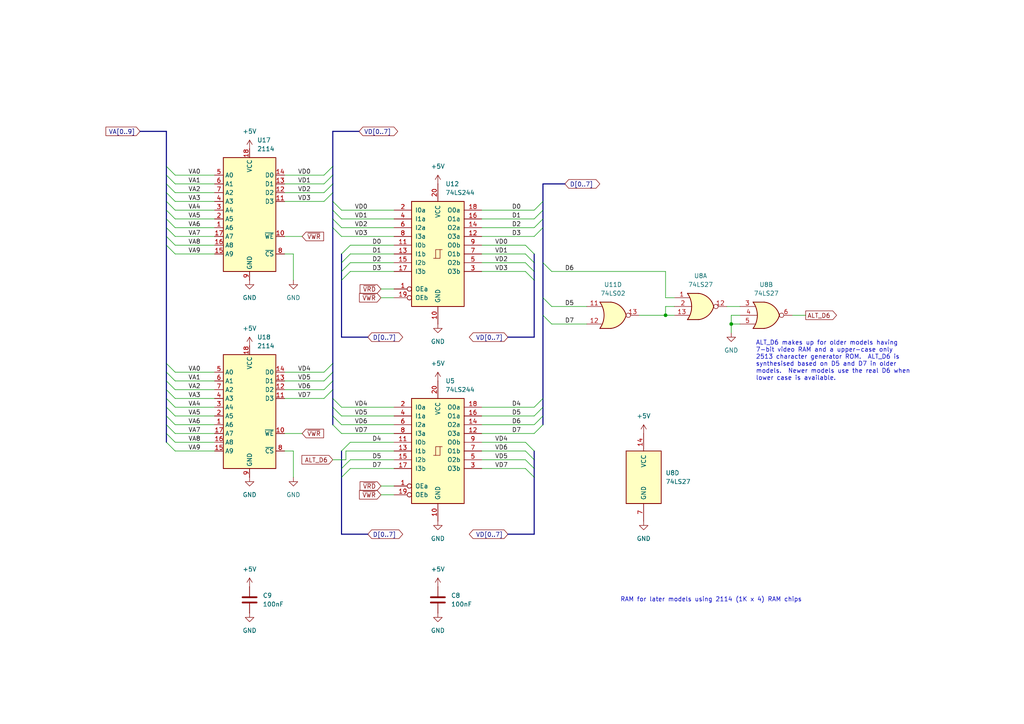
<source format=kicad_sch>
(kicad_sch (version 20231120) (generator "eeschema") (generator_version "8.0")
  (paper "A4")
  (title_block (title "Dick Smith System 80 Video and Cassette") (date "1980"))
  (lib_symbols
    (symbol "2114:2114"
      (property "Reference" "U" (at 2.54 2.54 0))
      (property "Value" "2114" (at 3.81 0 0))
      (symbol "2114_1_1"
        (rectangle (start -7.62 -1.27) (end 7.62 -34.29) (stroke (width 0.25)) (fill (type background)))
        (pin input line (at -10.16 -21.59 0) (length 2.54) (name "A6") (number "1"))
        (pin input line (at 10.16 -24.13 180) (length 2.54) (name "~{WE}") (number "10"))
        (pin bidirectional line (at 10.16 -13.97 180) (length 2.54) (name "D3") (number "11"))
        (pin bidirectional line (at 10.16 -11.43 180) (length 2.54) (name "D2") (number "12"))
        (pin bidirectional line (at 10.16 -8.89 180) (length 2.54) (name "D1") (number "13"))
        (pin bidirectional line (at 10.16 -6.35 180) (length 2.54) (name "D0") (number "14"))
        (pin input line (at -10.16 -29.21 0) (length 2.54) (name "A9") (number "15"))
        (pin input line (at -10.16 -26.67 0) (length 2.54) (name "A8") (number "16"))
        (pin input line (at -10.16 -24.13 0) (length 2.54) (name "A7") (number "17"))
        (pin power_in line (at 0 1.27 270) (length 2.54) (name "VCC") (number "18"))
        (pin input line (at -10.16 -19.05 0) (length 2.54) (name "A5") (number "2"))
        (pin input line (at -10.16 -16.51 0) (length 2.54) (name "A4") (number "3"))
        (pin input line (at -10.16 -13.97 0) (length 2.54) (name "A3") (number "4"))
        (pin input line (at -10.16 -6.35 0) (length 2.54) (name "A0") (number "5"))
        (pin input line (at -10.16 -8.89 0) (length 2.54) (name "A1") (number "6"))
        (pin input line (at -10.16 -11.43 0) (length 2.54) (name "A2") (number "7"))
        (pin input line (at 10.16 -29.21 180) (length 2.54) (name "~{CS}") (number "8"))
        (pin power_in line (at 0 -36.83 90) (length 2.54) (name "GND") (number "9"))
      )
    )
    (symbol "74xx:74LS02" (pin_names (offset 1.016))
      (property "Reference" "U" (at 0 1.27 0))
      (property "Value" "74LS02" (at 0 -1.27 0))
      (symbol "74LS02_1_1"
        (arc (start -3.81 -3.81) (mid -2.589 0) (end -3.81 3.81) (stroke (width 0.254)))
        (arc (start -0.6096 -3.81) (mid 2.1842 -2.5851) (end 3.81 0) (stroke (width 0.254)) (fill (type background)))
        (polyline (pts (xy -3.81 -3.81) (xy -0.635 -3.81)) (stroke (width 0.254)) (fill (type background)))
        (polyline (pts (xy -3.81 3.81) (xy -0.635 3.81)) (stroke (width 0.254)) (fill (type background)))
        (polyline (pts (xy -0.635 3.81) (xy -3.81 3.81) (xy -3.81 3.81) (xy -3.556 3.4036) (xy -3.0226 2.2606) (xy -2.6924 1.0414) (xy -2.6162 -0.254) (xy -2.7686 -1.4986) (xy -3.175 -2.7178) (xy -3.81 -3.81) (xy -3.81 -3.81) (xy -0.635 -3.81)) (stroke (width -25.4)) (fill (type background)))
        (arc (start 3.81 0) (mid 2.1915 2.5936) (end -0.6096 3.81) (stroke (width 0.254)) (fill (type background)))
        (pin output inverted (at 7.62 0 180) (length 3.81) (name "~") (number "1"))
        (pin input line (at -7.62 2.54 0) (length 4.318) (name "~") (number "2"))
        (pin input line (at -7.62 -2.54 0) (length 4.318) (name "~") (number "3"))
      )
      (symbol "74LS02_1_2"
        (arc (start 0 -3.81) (mid 3.7934 0) (end 0 3.81) (stroke (width 0.254)) (fill (type background)))
        (polyline (pts (xy 0 3.81) (xy -3.81 3.81) (xy -3.81 -3.81) (xy 0 -3.81)) (stroke (width 0.254)) (fill (type background)))
        (pin output line (at 7.62 0 180) (length 3.81) (name "~") (number "1"))
        (pin input inverted (at -7.62 2.54 0) (length 3.81) (name "~") (number "2"))
        (pin input inverted (at -7.62 -2.54 0) (length 3.81) (name "~") (number "3"))
      )
      (symbol "74LS02_2_1"
        (arc (start -3.81 -3.81) (mid -2.589 0) (end -3.81 3.81) (stroke (width 0.254)))
        (arc (start -0.6096 -3.81) (mid 2.1842 -2.5851) (end 3.81 0) (stroke (width 0.254)) (fill (type background)))
        (polyline (pts (xy -3.81 -3.81) (xy -0.635 -3.81)) (stroke (width 0.254)) (fill (type background)))
        (polyline (pts (xy -3.81 3.81) (xy -0.635 3.81)) (stroke (width 0.254)) (fill (type background)))
        (polyline (pts (xy -0.635 3.81) (xy -3.81 3.81) (xy -3.81 3.81) (xy -3.556 3.4036) (xy -3.0226 2.2606) (xy -2.6924 1.0414) (xy -2.6162 -0.254) (xy -2.7686 -1.4986) (xy -3.175 -2.7178) (xy -3.81 -3.81) (xy -3.81 -3.81) (xy -0.635 -3.81)) (stroke (width -25.4)) (fill (type background)))
        (arc (start 3.81 0) (mid 2.1915 2.5936) (end -0.6096 3.81) (stroke (width 0.254)) (fill (type background)))
        (pin output inverted (at 7.62 0 180) (length 3.81) (name "~") (number "4"))
        (pin input line (at -7.62 2.54 0) (length 4.318) (name "~") (number "5"))
        (pin input line (at -7.62 -2.54 0) (length 4.318) (name "~") (number "6"))
      )
      (symbol "74LS02_2_2"
        (arc (start 0 -3.81) (mid 3.7934 0) (end 0 3.81) (stroke (width 0.254)) (fill (type background)))
        (polyline (pts (xy 0 3.81) (xy -3.81 3.81) (xy -3.81 -3.81) (xy 0 -3.81)) (stroke (width 0.254)) (fill (type background)))
        (pin output line (at 7.62 0 180) (length 3.81) (name "~") (number "4"))
        (pin input inverted (at -7.62 2.54 0) (length 3.81) (name "~") (number "5"))
        (pin input inverted (at -7.62 -2.54 0) (length 3.81) (name "~") (number "6"))
      )
      (symbol "74LS02_3_1"
        (arc (start -3.81 -3.81) (mid -2.589 0) (end -3.81 3.81) (stroke (width 0.254)))
        (arc (start -0.6096 -3.81) (mid 2.1842 -2.5851) (end 3.81 0) (stroke (width 0.254)) (fill (type background)))
        (polyline (pts (xy -3.81 -3.81) (xy -0.635 -3.81)) (stroke (width 0.254)) (fill (type background)))
        (polyline (pts (xy -3.81 3.81) (xy -0.635 3.81)) (stroke (width 0.254)) (fill (type background)))
        (polyline (pts (xy -0.635 3.81) (xy -3.81 3.81) (xy -3.81 3.81) (xy -3.556 3.4036) (xy -3.0226 2.2606) (xy -2.6924 1.0414) (xy -2.6162 -0.254) (xy -2.7686 -1.4986) (xy -3.175 -2.7178) (xy -3.81 -3.81) (xy -3.81 -3.81) (xy -0.635 -3.81)) (stroke (width -25.4)) (fill (type background)))
        (arc (start 3.81 0) (mid 2.1915 2.5936) (end -0.6096 3.81) (stroke (width 0.254)) (fill (type background)))
        (pin output inverted (at 7.62 0 180) (length 3.81) (name "~") (number "10"))
        (pin input line (at -7.62 2.54 0) (length 4.318) (name "~") (number "8"))
        (pin input line (at -7.62 -2.54 0) (length 4.318) (name "~") (number "9"))
      )
      (symbol "74LS02_3_2"
        (arc (start 0 -3.81) (mid 3.7934 0) (end 0 3.81) (stroke (width 0.254)) (fill (type background)))
        (polyline (pts (xy 0 3.81) (xy -3.81 3.81) (xy -3.81 -3.81) (xy 0 -3.81)) (stroke (width 0.254)) (fill (type background)))
        (pin output line (at 7.62 0 180) (length 3.81) (name "~") (number "10"))
        (pin input inverted (at -7.62 2.54 0) (length 3.81) (name "~") (number "8"))
        (pin input inverted (at -7.62 -2.54 0) (length 3.81) (name "~") (number "9"))
      )
      (symbol "74LS02_4_1"
        (arc (start -3.81 -3.81) (mid -2.589 0) (end -3.81 3.81) (stroke (width 0.254)))
        (arc (start -0.6096 -3.81) (mid 2.1842 -2.5851) (end 3.81 0) (stroke (width 0.254)) (fill (type background)))
        (polyline (pts (xy -3.81 -3.81) (xy -0.635 -3.81)) (stroke (width 0.254)) (fill (type background)))
        (polyline (pts (xy -3.81 3.81) (xy -0.635 3.81)) (stroke (width 0.254)) (fill (type background)))
        (polyline (pts (xy -0.635 3.81) (xy -3.81 3.81) (xy -3.81 3.81) (xy -3.556 3.4036) (xy -3.0226 2.2606) (xy -2.6924 1.0414) (xy -2.6162 -0.254) (xy -2.7686 -1.4986) (xy -3.175 -2.7178) (xy -3.81 -3.81) (xy -3.81 -3.81) (xy -0.635 -3.81)) (stroke (width -25.4)) (fill (type background)))
        (arc (start 3.81 0) (mid 2.1915 2.5936) (end -0.6096 3.81) (stroke (width 0.254)) (fill (type background)))
        (pin input line (at -7.62 2.54 0) (length 4.318) (name "~") (number "11"))
        (pin input line (at -7.62 -2.54 0) (length 4.318) (name "~") (number "12"))
        (pin output inverted (at 7.62 0 180) (length 3.81) (name "~") (number "13"))
      )
      (symbol "74LS02_4_2"
        (arc (start 0 -3.81) (mid 3.7934 0) (end 0 3.81) (stroke (width 0.254)) (fill (type background)))
        (polyline (pts (xy 0 3.81) (xy -3.81 3.81) (xy -3.81 -3.81) (xy 0 -3.81)) (stroke (width 0.254)) (fill (type background)))
        (pin input inverted (at -7.62 2.54 0) (length 3.81) (name "~") (number "11"))
        (pin input inverted (at -7.62 -2.54 0) (length 3.81) (name "~") (number "12"))
        (pin output line (at 7.62 0 180) (length 3.81) (name "~") (number "13"))
      )
      (symbol "74LS02_5_0"
        (pin power_in line (at 0 12.7 270) (length 5.08) (name "VCC") (number "14"))
        (pin power_in line (at 0 -12.7 90) (length 5.08) (name "GND") (number "7"))
      )
      (symbol "74LS02_5_1"
        (rectangle (start -5.08 7.62) (end 5.08 -7.62) (stroke (width 0.254)) (fill (type background)))
      )
    )
    (symbol "74xx:74LS244" (pin_names (offset 1.016))
      (property "Reference" "U" (at -7.62 16.51 0))
      (property "Value" "74LS244" (at -7.62 -16.51 0))
      (symbol "74LS244_1_0"
        (polyline (pts (xy -0.635 -1.27) (xy -0.635 1.27) (xy 0.635 1.27)))
        (polyline (pts (xy -1.27 -1.27) (xy 0.635 -1.27) (xy 0.635 1.27) (xy 1.27 1.27)))
        (pin input inverted (at -12.7 -10.16 0) (length 5.08) (name "OEa") (number "1"))
        (pin power_in line (at 0 -20.32 90) (length 5.08) (name "GND") (number "10"))
        (pin input line (at -12.7 2.54 0) (length 5.08) (name "I0b") (number "11"))
        (pin tri_state line (at 12.7 5.08 180) (length 5.08) (name "O3a") (number "12"))
        (pin input line (at -12.7 0 0) (length 5.08) (name "I1b") (number "13"))
        (pin tri_state line (at 12.7 7.62 180) (length 5.08) (name "O2a") (number "14"))
        (pin input line (at -12.7 -2.54 0) (length 5.08) (name "I2b") (number "15"))
        (pin tri_state line (at 12.7 10.16 180) (length 5.08) (name "O1a") (number "16"))
        (pin input line (at -12.7 -5.08 0) (length 5.08) (name "I3b") (number "17"))
        (pin tri_state line (at 12.7 12.7 180) (length 5.08) (name "O0a") (number "18"))
        (pin input inverted (at -12.7 -12.7 0) (length 5.08) (name "OEb") (number "19"))
        (pin input line (at -12.7 12.7 0) (length 5.08) (name "I0a") (number "2"))
        (pin power_in line (at 0 20.32 270) (length 5.08) (name "VCC") (number "20"))
        (pin tri_state line (at 12.7 -5.08 180) (length 5.08) (name "O3b") (number "3"))
        (pin input line (at -12.7 10.16 0) (length 5.08) (name "I1a") (number "4"))
        (pin tri_state line (at 12.7 -2.54 180) (length 5.08) (name "O2b") (number "5"))
        (pin input line (at -12.7 7.62 0) (length 5.08) (name "I2a") (number "6"))
        (pin tri_state line (at 12.7 0 180) (length 5.08) (name "O1b") (number "7"))
        (pin input line (at -12.7 5.08 0) (length 5.08) (name "I3a") (number "8"))
        (pin tri_state line (at 12.7 2.54 180) (length 5.08) (name "O0b") (number "9"))
      )
      (symbol "74LS244_1_1"
        (rectangle (start -7.62 15.24) (end 7.62 -15.24) (stroke (width 0.254)) (fill (type background)))
      )
    )
    (symbol "74xx:74LS27" (pin_names (offset 1.016))
      (property "Reference" "U" (at 0 1.27 0))
      (property "Value" "74LS27" (at 0 -1.27 0))
      (symbol "74LS27_1_1"
        (arc (start -3.81 -3.81) (mid -2.589 0) (end -3.81 3.81) (stroke (width 0.254)))
        (arc (start -0.6096 -3.81) (mid 2.1842 -2.5851) (end 3.81 0) (stroke (width 0.254)) (fill (type background)))
        (polyline (pts (xy -3.81 -3.81) (xy -0.635 -3.81)) (stroke (width 0.254)) (fill (type background)))
        (polyline (pts (xy -3.81 3.81) (xy -0.635 3.81)) (stroke (width 0.254)) (fill (type background)))
        (polyline (pts (xy -0.635 3.81) (xy -3.81 3.81) (xy -3.81 3.81) (xy -3.556 3.4036) (xy -3.0226 2.2606) (xy -2.6924 1.0414) (xy -2.6162 -0.254) (xy -2.7686 -1.4986) (xy -3.175 -2.7178) (xy -3.81 -3.81) (xy -3.81 -3.81) (xy -0.635 -3.81)) (stroke (width -25.4)) (fill (type background)))
        (arc (start 3.81 0) (mid 2.1915 2.5936) (end -0.6096 3.81) (stroke (width 0.254)) (fill (type background)))
        (pin input line (at -7.62 2.54 0) (length 4.318) (name "~") (number "1"))
        (pin output inverted (at 7.62 0 180) (length 3.81) (name "~") (number "12"))
        (pin input line (at -7.62 -2.54 0) (length 4.318) (name "~") (number "13"))
        (pin input line (at -7.62 0 0) (length 4.953) (name "~") (number "2"))
      )
      (symbol "74LS27_1_2"
        (arc (start 0 -3.81) (mid 3.7934 0) (end 0 3.81) (stroke (width 0.254)) (fill (type background)))
        (polyline (pts (xy 0 3.81) (xy -3.81 3.81) (xy -3.81 -3.81) (xy 0 -3.81)) (stroke (width 0.254)) (fill (type background)))
        (pin input inverted (at -7.62 2.54 0) (length 3.81) (name "~") (number "1"))
        (pin output line (at 7.62 0 180) (length 3.81) (name "~") (number "12"))
        (pin input inverted (at -7.62 -2.54 0) (length 3.81) (name "~") (number "13"))
        (pin input inverted (at -7.62 0 0) (length 3.81) (name "~") (number "2"))
      )
      (symbol "74LS27_2_1"
        (arc (start -3.81 -3.81) (mid -2.589 0) (end -3.81 3.81) (stroke (width 0.254)))
        (arc (start -0.6096 -3.81) (mid 2.1842 -2.5851) (end 3.81 0) (stroke (width 0.254)) (fill (type background)))
        (polyline (pts (xy -3.81 -3.81) (xy -0.635 -3.81)) (stroke (width 0.254)) (fill (type background)))
        (polyline (pts (xy -3.81 3.81) (xy -0.635 3.81)) (stroke (width 0.254)) (fill (type background)))
        (polyline (pts (xy -0.635 3.81) (xy -3.81 3.81) (xy -3.81 3.81) (xy -3.556 3.4036) (xy -3.0226 2.2606) (xy -2.6924 1.0414) (xy -2.6162 -0.254) (xy -2.7686 -1.4986) (xy -3.175 -2.7178) (xy -3.81 -3.81) (xy -3.81 -3.81) (xy -0.635 -3.81)) (stroke (width -25.4)) (fill (type background)))
        (arc (start 3.81 0) (mid 2.1915 2.5936) (end -0.6096 3.81) (stroke (width 0.254)) (fill (type background)))
        (pin input line (at -7.62 2.54 0) (length 4.318) (name "~") (number "3"))
        (pin input line (at -7.62 0 0) (length 4.953) (name "~") (number "4"))
        (pin input line (at -7.62 -2.54 0) (length 4.318) (name "~") (number "5"))
        (pin output inverted (at 7.62 0 180) (length 3.81) (name "~") (number "6"))
      )
      (symbol "74LS27_2_2"
        (arc (start 0 -3.81) (mid 3.7934 0) (end 0 3.81) (stroke (width 0.254)) (fill (type background)))
        (polyline (pts (xy 0 3.81) (xy -3.81 3.81) (xy -3.81 -3.81) (xy 0 -3.81)) (stroke (width 0.254)) (fill (type background)))
        (pin input inverted (at -7.62 2.54 0) (length 3.81) (name "~") (number "3"))
        (pin input inverted (at -7.62 0 0) (length 3.81) (name "~") (number "4"))
        (pin input inverted (at -7.62 -2.54 0) (length 3.81) (name "~") (number "5"))
        (pin output line (at 7.62 0 180) (length 3.81) (name "~") (number "6"))
      )
      (symbol "74LS27_3_1"
        (arc (start -3.81 -3.81) (mid -2.589 0) (end -3.81 3.81) (stroke (width 0.254)))
        (arc (start -0.6096 -3.81) (mid 2.1842 -2.5851) (end 3.81 0) (stroke (width 0.254)) (fill (type background)))
        (polyline (pts (xy -3.81 -3.81) (xy -0.635 -3.81)) (stroke (width 0.254)) (fill (type background)))
        (polyline (pts (xy -3.81 3.81) (xy -0.635 3.81)) (stroke (width 0.254)) (fill (type background)))
        (polyline (pts (xy -0.635 3.81) (xy -3.81 3.81) (xy -3.81 3.81) (xy -3.556 3.4036) (xy -3.0226 2.2606) (xy -2.6924 1.0414) (xy -2.6162 -0.254) (xy -2.7686 -1.4986) (xy -3.175 -2.7178) (xy -3.81 -3.81) (xy -3.81 -3.81) (xy -0.635 -3.81)) (stroke (width -25.4)) (fill (type background)))
        (arc (start 3.81 0) (mid 2.1915 2.5936) (end -0.6096 3.81) (stroke (width 0.254)) (fill (type background)))
        (pin input line (at -7.62 0 0) (length 4.953) (name "~") (number "10"))
        (pin input line (at -7.62 -2.54 0) (length 4.318) (name "~") (number "11"))
        (pin output inverted (at 7.62 0 180) (length 3.81) (name "~") (number "8"))
        (pin input line (at -7.62 2.54 0) (length 4.318) (name "~") (number "9"))
      )
      (symbol "74LS27_3_2"
        (arc (start 0 -3.81) (mid 3.7934 0) (end 0 3.81) (stroke (width 0.254)) (fill (type background)))
        (polyline (pts (xy 0 3.81) (xy -3.81 3.81) (xy -3.81 -3.81) (xy 0 -3.81)) (stroke (width 0.254)) (fill (type background)))
        (pin input inverted (at -7.62 0 0) (length 3.81) (name "~") (number "10"))
        (pin input inverted (at -7.62 -2.54 0) (length 3.81) (name "~") (number "11"))
        (pin output line (at 7.62 0 180) (length 3.81) (name "~") (number "8"))
        (pin input inverted (at -7.62 2.54 0) (length 3.81) (name "~") (number "9"))
      )
      (symbol "74LS27_4_0"
        (pin power_in line (at 0 12.7 270) (length 5.08) (name "VCC") (number "14"))
        (pin power_in line (at 0 -12.7 90) (length 5.08) (name "GND") (number "7"))
      )
      (symbol "74LS27_4_1"
        (rectangle (start -5.08 7.62) (end 5.08 -7.62) (stroke (width 0.254)) (fill (type background)))
      )
    )
    (symbol "Device:C" (pin_numbers hide) (pin_names (offset 0.254))
      (property "Reference" "C" (at 0.635 2.54 0))
      (property "Value" "C" (at 0.635 -2.54 0))
      (symbol "C_0_1"
        (polyline (pts (xy -2.032 -0.762) (xy 2.032 -0.762)) (stroke (width 0.508)))
        (polyline (pts (xy -2.032 0.762) (xy 2.032 0.762)) (stroke (width 0.508)))
      )
      (symbol "C_1_1"
        (pin passive line (at 0 3.81 270) (length 2.794) (name "~") (number "1"))
        (pin passive line (at 0 -3.81 90) (length 2.794) (name "~") (number "2"))
      )
    )
    (symbol "power:+5V" (power) (pin_numbers hide) (pin_names (offset 0) hide)
      (property "Value" "+5V" (at 0 3.556 0))
      (symbol "+5V_0_1"
        (polyline (pts (xy -0.762 1.27) (xy 0 2.54)))
        (polyline (pts (xy 0 0) (xy 0 2.54)))
        (polyline (pts (xy 0 2.54) (xy 0.762 1.27)))
      )
      (symbol "+5V_1_1"
        (pin power_in line (at 0 0 90) (length 0) (name "~") (number "1"))
      )
    )
    (symbol "power:GND" (power) (pin_numbers hide) (pin_names (offset 0) hide)
      (property "Value" "GND" (at 0 -3.81 0))
      (symbol "GND_0_1"
        (polyline (pts (xy 0 0) (xy 0 -1.27) (xy 1.27 -1.27) (xy 0 -2.54) (xy -1.27 -1.27) (xy 0 -1.27)))
      )
      (symbol "GND_1_1"
        (pin power_in line (at 0 0 270) (length 0) (name "~") (number "1"))
      )
    )
  )
  (junction (at 193.04 91.44))
  (junction (at 212.09 93.98))
  (bus_entry (at 157.48 120.65) (size -2.54 2.54))
  (bus_entry (at 99.06 78.74) (size 2.54 -2.54))
  (bus_entry (at 96.52 113.03) (size -2.54 2.54))
  (bus_entry (at 154.94 81.28) (size -2.54 -2.54))
  (bus_entry (at 154.94 138.43) (size -2.54 -2.54))
  (bus_entry (at 96.52 105.41) (size -2.54 2.54))
  (bus_entry (at 48.26 53.34) (size 2.54 2.54))
  (bus_entry (at 48.26 125.73) (size 2.54 2.54))
  (bus_entry (at 96.52 118.11) (size 2.54 2.54))
  (bus_entry (at 154.94 135.89) (size -2.54 -2.54))
  (bus_entry (at 48.26 48.26) (size 2.54 2.54))
  (bus_entry (at 48.26 105.41) (size 2.54 2.54))
  (bus_entry (at 99.06 81.28) (size 2.54 -2.54))
  (bus_entry (at 48.26 123.19) (size 2.54 2.54))
  (bus_entry (at 48.26 128.27) (size 2.54 2.54))
  (bus_entry (at 96.52 107.95) (size -2.54 2.54))
  (bus_entry (at 157.48 118.11) (size -2.54 2.54))
  (bus_entry (at 48.26 55.88) (size 2.54 2.54))
  (bus_entry (at 154.94 73.66) (size -2.54 -2.54))
  (bus_entry (at 99.06 138.43) (size 2.54 -2.54))
  (bus_entry (at 96.52 53.34) (size -2.54 2.54))
  (bus_entry (at 157.48 76.2) (size 2.54 2.54))
  (bus_entry (at 96.52 66.04) (size 2.54 2.54))
  (bus_entry (at 96.52 123.19) (size 2.54 2.54))
  (bus_entry (at 157.48 60.96) (size -2.54 2.54))
  (bus_entry (at 99.06 135.89) (size 2.54 -2.54))
  (bus_entry (at 48.26 68.58) (size 2.54 2.54))
  (bus_entry (at 48.26 118.11) (size 2.54 2.54))
  (bus_entry (at 154.94 76.2) (size -2.54 -2.54))
  (bus_entry (at 99.06 130.81) (size 2.54 -2.54))
  (bus_entry (at 96.52 55.88) (size -2.54 2.54))
  (bus_entry (at 154.94 78.74) (size -2.54 -2.54))
  (bus_entry (at 48.26 115.57) (size 2.54 2.54))
  (bus_entry (at 48.26 63.5) (size 2.54 2.54))
  (bus_entry (at 99.06 73.66) (size 2.54 -2.54))
  (bus_entry (at 48.26 107.95) (size 2.54 2.54))
  (bus_entry (at 96.52 60.96) (size 2.54 2.54))
  (bus_entry (at 157.48 66.04) (size -2.54 2.54))
  (bus_entry (at 154.94 130.81) (size -2.54 -2.54))
  (bus_entry (at 157.48 115.57) (size -2.54 2.54))
  (bus_entry (at 48.26 66.04) (size 2.54 2.54))
  (bus_entry (at 157.48 123.19) (size -2.54 2.54))
  (bus_entry (at 157.48 63.5) (size -2.54 2.54))
  (bus_entry (at 96.52 110.49) (size -2.54 2.54))
  (bus_entry (at 96.52 120.65) (size 2.54 2.54))
  (bus_entry (at 157.48 86.36) (size 2.54 2.54))
  (bus_entry (at 96.52 63.5) (size 2.54 2.54))
  (bus_entry (at 96.52 48.26) (size -2.54 2.54))
  (bus_entry (at 48.26 113.03) (size 2.54 2.54))
  (bus_entry (at 48.26 50.8) (size 2.54 2.54))
  (bus_entry (at 99.06 76.2) (size 2.54 -2.54))
  (bus_entry (at 157.48 91.44) (size 2.54 2.54))
  (bus_entry (at 96.52 115.57) (size 2.54 2.54))
  (bus_entry (at 48.26 110.49) (size 2.54 2.54))
  (bus_entry (at 154.94 133.35) (size -2.54 -2.54))
  (bus_entry (at 96.52 58.42) (size 2.54 2.54))
  (bus_entry (at 48.26 58.42) (size 2.54 2.54))
  (bus_entry (at 96.52 50.8) (size -2.54 2.54))
  (bus_entry (at 48.26 60.96) (size 2.54 2.54))
  (bus_entry (at 48.26 71.12) (size 2.54 2.54))
  (bus_entry (at 48.26 120.65) (size 2.54 2.54))
  (bus_entry (at 157.48 58.42) (size -2.54 2.54))
  (wire (pts (xy 99.06 60.96) (xy 114.3 60.96)))
  (bus (pts (xy 96.52 38.1) (xy 96.52 48.26)))
  (bus (pts (xy 96.52 58.42) (xy 96.52 60.96)))
  (wire (pts (xy 50.8 123.19) (xy 62.23 123.19)))
  (wire (pts (xy 93.98 113.03) (xy 82.55 113.03)))
  (wire (pts (xy 99.06 123.19) (xy 114.3 123.19)))
  (wire (pts (xy 101.6 76.2) (xy 114.3 76.2)))
  (bus (pts (xy 154.94 76.2) (xy 154.94 78.74)))
  (wire (pts (xy 50.8 58.42) (xy 62.23 58.42)))
  (bus (pts (xy 48.26 125.73) (xy 48.26 128.27)))
  (wire (pts (xy 93.98 53.34) (xy 82.55 53.34)))
  (bus (pts (xy 157.48 76.2) (xy 157.48 86.36)))
  (bus (pts (xy 48.26 105.41) (xy 48.26 107.95)))
  (wire (pts (xy 193.04 88.9) (xy 193.04 91.44)))
  (wire (pts (xy 160.02 88.9) (xy 170.18 88.9)))
  (wire (pts (xy 195.58 86.36) (xy 193.04 86.36)))
  (bus (pts (xy 157.48 120.65) (xy 157.48 123.19)))
  (bus (pts (xy 96.52 115.57) (xy 96.52 118.11)))
  (bus (pts (xy 99.06 130.81) (xy 99.06 135.89)))
  (bus (pts (xy 96.52 66.04) (xy 96.52 105.41)))
  (bus (pts (xy 48.26 107.95) (xy 48.26 110.49)))
  (bus (pts (xy 154.94 154.94) (xy 147.32 154.94)))
  (wire (pts (xy 50.8 110.49) (xy 62.23 110.49)))
  (bus (pts (xy 48.26 123.19) (xy 48.26 125.73)))
  (wire (pts (xy 50.8 53.34) (xy 62.23 53.34)))
  (bus (pts (xy 154.94 135.89) (xy 154.94 138.43)))
  (bus (pts (xy 96.52 107.95) (xy 96.52 110.49)))
  (wire (pts (xy 99.06 63.5) (xy 114.3 63.5)))
  (wire (pts (xy 212.09 93.98) (xy 212.09 91.44)))
  (bus (pts (xy 40.64 38.1) (xy 48.26 38.1)))
  (bus (pts (xy 48.26 60.96) (xy 48.26 63.5)))
  (wire (pts (xy 93.98 115.57) (xy 82.55 115.57)))
  (wire (pts (xy 50.8 50.8) (xy 62.23 50.8)))
  (wire (pts (xy 99.06 68.58) (xy 114.3 68.58)))
  (bus (pts (xy 48.26 66.04) (xy 48.26 68.58)))
  (bus (pts (xy 154.94 133.35) (xy 154.94 135.89)))
  (wire (pts (xy 185.42 91.44) (xy 193.04 91.44)))
  (bus (pts (xy 48.26 53.34) (xy 48.26 55.88)))
  (wire (pts (xy 50.8 130.81) (xy 62.23 130.81)))
  (bus (pts (xy 157.48 53.34) (xy 163.83 53.34)))
  (wire (pts (xy 101.6 133.35) (xy 114.3 133.35)))
  (bus (pts (xy 99.06 135.89) (xy 99.06 138.43)))
  (wire (pts (xy 154.94 60.96) (xy 139.7 60.96)))
  (wire (pts (xy 154.94 123.19) (xy 139.7 123.19)))
  (wire (pts (xy 93.98 55.88) (xy 82.55 55.88)))
  (bus (pts (xy 157.48 63.5) (xy 157.48 66.04)))
  (wire (pts (xy 101.6 128.27) (xy 114.3 128.27)))
  (bus (pts (xy 48.26 110.49) (xy 48.26 113.03)))
  (wire (pts (xy 210.82 88.9) (xy 214.63 88.9)))
  (bus (pts (xy 99.06 76.2) (xy 99.06 78.74)))
  (wire (pts (xy 152.4 133.35) (xy 139.7 133.35)))
  (bus (pts (xy 48.26 71.12) (xy 48.26 105.41)))
  (bus (pts (xy 99.06 78.74) (xy 99.06 81.28)))
  (wire (pts (xy 152.4 128.27) (xy 139.7 128.27)))
  (wire (pts (xy 82.55 68.58) (xy 87.63 68.58)))
  (bus (pts (xy 48.26 63.5) (xy 48.26 66.04)))
  (bus (pts (xy 96.52 53.34) (xy 96.52 55.88)))
  (bus (pts (xy 157.48 86.36) (xy 157.48 91.44)))
  (wire (pts (xy 152.4 71.12) (xy 139.7 71.12)))
  (bus (pts (xy 157.48 91.44) (xy 157.48 115.57)))
  (wire (pts (xy 193.04 86.36) (xy 193.04 78.74)))
  (bus (pts (xy 48.26 113.03) (xy 48.26 115.57)))
  (wire (pts (xy 99.06 118.11) (xy 114.3 118.11)))
  (wire (pts (xy 154.94 63.5) (xy 139.7 63.5)))
  (wire (pts (xy 100.33 133.35) (xy 100.33 130.81)))
  (bus (pts (xy 99.06 81.28) (xy 99.06 97.79)))
  (wire (pts (xy 93.98 110.49) (xy 82.55 110.49)))
  (wire (pts (xy 50.8 115.57) (xy 62.23 115.57)))
  (bus (pts (xy 48.26 68.58) (xy 48.26 71.12)))
  (wire (pts (xy 50.8 68.58) (xy 62.23 68.58)))
  (bus (pts (xy 157.48 60.96) (xy 157.48 63.5)))
  (wire (pts (xy 193.04 91.44) (xy 195.58 91.44)))
  (wire (pts (xy 50.8 63.5) (xy 62.23 63.5)))
  (wire (pts (xy 212.09 96.52) (xy 212.09 93.98)))
  (bus (pts (xy 96.52 118.11) (xy 96.52 120.65)))
  (wire (pts (xy 229.87 91.44) (xy 233.68 91.44)))
  (bus (pts (xy 157.48 58.42) (xy 157.48 60.96)))
  (bus (pts (xy 48.26 120.65) (xy 48.26 123.19)))
  (wire (pts (xy 212.09 91.44) (xy 214.63 91.44)))
  (wire (pts (xy 110.49 86.36) (xy 114.3 86.36)))
  (bus (pts (xy 99.06 73.66) (xy 99.06 76.2)))
  (bus (pts (xy 99.06 138.43) (xy 99.06 154.94)))
  (wire (pts (xy 93.98 58.42) (xy 82.55 58.42)))
  (bus (pts (xy 99.06 97.79) (xy 106.68 97.79)))
  (wire (pts (xy 82.55 125.73) (xy 87.63 125.73)))
  (wire (pts (xy 50.8 71.12) (xy 62.23 71.12)))
  (wire (pts (xy 99.06 125.73) (xy 114.3 125.73)))
  (wire (pts (xy 152.4 76.2) (xy 139.7 76.2)))
  (wire (pts (xy 85.09 130.81) (xy 82.55 130.81)))
  (bus (pts (xy 48.26 58.42) (xy 48.26 60.96)))
  (wire (pts (xy 160.02 93.98) (xy 170.18 93.98)))
  (wire (pts (xy 85.09 73.66) (xy 82.55 73.66)))
  (wire (pts (xy 50.8 60.96) (xy 62.23 60.96)))
  (wire (pts (xy 50.8 66.04) (xy 62.23 66.04)))
  (bus (pts (xy 96.52 50.8) (xy 96.52 53.34)))
  (bus (pts (xy 96.52 110.49) (xy 96.52 113.03)))
  (wire (pts (xy 212.09 93.98) (xy 214.63 93.98)))
  (bus (pts (xy 96.52 120.65) (xy 96.52 123.19)))
  (bus (pts (xy 154.94 130.81) (xy 154.94 133.35)))
  (wire (pts (xy 50.8 118.11) (xy 62.23 118.11)))
  (bus (pts (xy 48.26 55.88) (xy 48.26 58.42)))
  (wire (pts (xy 50.8 73.66) (xy 62.23 73.66)))
  (wire (pts (xy 110.49 83.82) (xy 114.3 83.82)))
  (wire (pts (xy 154.94 68.58) (xy 139.7 68.58)))
  (wire (pts (xy 50.8 120.65) (xy 62.23 120.65)))
  (wire (pts (xy 50.8 107.95) (xy 62.23 107.95)))
  (bus (pts (xy 96.52 60.96) (xy 96.52 63.5)))
  (wire (pts (xy 50.8 125.73) (xy 62.23 125.73)))
  (wire (pts (xy 110.49 143.51) (xy 114.3 143.51)))
  (wire (pts (xy 101.6 135.89) (xy 114.3 135.89)))
  (bus (pts (xy 99.06 154.94) (xy 106.68 154.94)))
  (bus (pts (xy 154.94 97.79) (xy 147.32 97.79)))
  (bus (pts (xy 154.94 78.74) (xy 154.94 81.28)))
  (wire (pts (xy 50.8 128.27) (xy 62.23 128.27)))
  (wire (pts (xy 152.4 73.66) (xy 139.7 73.66)))
  (bus (pts (xy 104.14 38.1) (xy 96.52 38.1)))
  (bus (pts (xy 157.48 53.34) (xy 157.48 58.42)))
  (wire (pts (xy 96.52 133.35) (xy 100.33 133.35)))
  (bus (pts (xy 157.48 115.57) (xy 157.48 118.11)))
  (wire (pts (xy 100.33 130.81) (xy 114.3 130.81)))
  (bus (pts (xy 96.52 105.41) (xy 96.52 107.95)))
  (bus (pts (xy 96.52 48.26) (xy 96.52 50.8)))
  (bus (pts (xy 96.52 63.5) (xy 96.52 66.04)))
  (wire (pts (xy 154.94 120.65) (xy 139.7 120.65)))
  (wire (pts (xy 85.09 138.43) (xy 85.09 130.81)))
  (wire (pts (xy 195.58 88.9) (xy 193.04 88.9)))
  (wire (pts (xy 152.4 135.89) (xy 139.7 135.89)))
  (wire (pts (xy 50.8 113.03) (xy 62.23 113.03)))
  (wire (pts (xy 152.4 78.74) (xy 139.7 78.74)))
  (wire (pts (xy 154.94 125.73) (xy 139.7 125.73)))
  (bus (pts (xy 96.52 55.88) (xy 96.52 58.42)))
  (bus (pts (xy 48.26 38.1) (xy 48.26 48.26)))
  (wire (pts (xy 99.06 120.65) (xy 114.3 120.65)))
  (wire (pts (xy 154.94 118.11) (xy 139.7 118.11)))
  (wire (pts (xy 93.98 107.95) (xy 82.55 107.95)))
  (wire (pts (xy 101.6 78.74) (xy 114.3 78.74)))
  (bus (pts (xy 157.48 66.04) (xy 157.48 76.2)))
  (bus (pts (xy 154.94 73.66) (xy 154.94 76.2)))
  (wire (pts (xy 154.94 66.04) (xy 139.7 66.04)))
  (wire (pts (xy 101.6 73.66) (xy 114.3 73.66)))
  (bus (pts (xy 48.26 115.57) (xy 48.26 118.11)))
  (bus (pts (xy 48.26 50.8) (xy 48.26 53.34)))
  (wire (pts (xy 160.02 78.74) (xy 193.04 78.74)))
  (wire (pts (xy 101.6 71.12) (xy 114.3 71.12)))
  (wire (pts (xy 99.06 66.04) (xy 114.3 66.04)))
  (bus (pts (xy 48.26 48.26) (xy 48.26 50.8)))
  (wire (pts (xy 152.4 130.81) (xy 139.7 130.81)))
  (bus (pts (xy 157.48 118.11) (xy 157.48 120.65)))
  (bus (pts (xy 48.26 118.11) (xy 48.26 120.65)))
  (bus (pts (xy 154.94 138.43) (xy 154.94 154.94)))
  (bus (pts (xy 96.52 113.03) (xy 96.52 115.57)))
  (wire (pts (xy 50.8 55.88) (xy 62.23 55.88)))
  (bus (pts (xy 154.94 81.28) (xy 154.94 97.79)))
  (wire (pts (xy 110.49 140.97) (xy 114.3 140.97)))
  (wire (pts (xy 85.09 81.28) (xy 85.09 73.66)))
  (wire (pts (xy 93.98 50.8) (xy 82.55 50.8)))
  (text "RAM for later models using 2114 (1K x 4) RAM chips" (at 206.248 173.99 0) (effects (font (size 1.27 1.27))))
  (text "ALT_D6 makes up for older models having\n7-bit video RAM and a upper-case only\n2513 character generator ROM.  ALT_D6 is\nsynthesised based on D5 and D7 in older\nmodels.  Newer models use the real D6 when\nlower case is available." (at 219.202 104.648 0) (effects (font (size 1.27 1.27)) (justify left)))
  (label "VD5" (at 147.32 133.35 180))
  (label "VD4" (at 90.17 107.95 180))
  (label "VD7" (at 90.17 115.57 180))
  (label "VA2" (at 54.61 55.88 0))
  (label "D1" (at 151.13 63.5 180))
  (label "VD7" (at 102.87 125.73 0))
  (label "VD1" (at 90.17 53.34 180))
  (label "VD4" (at 147.32 128.27 180))
  (label "VD1" (at 102.87 63.5 0))
  (label "VD3" (at 102.87 68.58 0))
  (label "VA0" (at 54.61 50.8 0))
  (label "VA3" (at 54.61 115.57 0))
  (label "VA1" (at 54.61 53.34 0))
  (label "VD0" (at 90.17 50.8 180))
  (label "D7" (at 107.95 135.89 0))
  (label "VD2" (at 147.32 76.2 180))
  (label "D2" (at 107.95 76.2 0))
  (label "D3" (at 151.13 68.58 180))
  (label "VD0" (at 147.32 71.12 180))
  (label "VA4" (at 54.61 60.96 0))
  (label "VD2" (at 90.17 55.88 180))
  (label "VA9" (at 54.61 73.66 0))
  (label "D7" (at 163.83 93.98 0))
  (label "D0" (at 107.95 71.12 0))
  (label "VA8" (at 54.61 71.12 0))
  (label "VD5" (at 90.17 110.49 180))
  (label "VD6" (at 90.17 113.03 180))
  (label "VA5" (at 54.61 120.65 0))
  (label "VD3" (at 90.17 58.42 180))
  (label "VD0" (at 102.87 60.96 0))
  (label "VD6" (at 102.87 123.19 0))
  (label "D3" (at 107.95 78.74 0))
  (label "D6" (at 151.13 123.19 180))
  (label "VD7" (at 147.32 135.89 180))
  (label "VA2" (at 54.61 113.03 0))
  (label "VA3" (at 54.61 58.42 0))
  (label "VA0" (at 54.61 107.95 0))
  (label "VD4" (at 102.87 118.11 0))
  (label "VA5" (at 54.61 63.5 0))
  (label "D5" (at 107.95 133.35 0))
  (label "VA8" (at 54.61 128.27 0))
  (label "VA4" (at 54.61 118.11 0))
  (label "D7" (at 151.13 125.73 180))
  (label "VD1" (at 147.32 73.66 180))
  (label "VA9" (at 54.61 130.81 0))
  (label "VA7" (at 54.61 68.58 0))
  (label "VD5" (at 102.87 120.65 0))
  (label "D6" (at 163.83 78.74 0))
  (label "VA6" (at 54.61 66.04 0))
  (label "VD3" (at 147.32 78.74 180))
  (label "VD2" (at 102.87 66.04 0))
  (label "VA7" (at 54.61 125.73 0))
  (label "VA6" (at 54.61 123.19 0))
  (label "VD6" (at 147.32 130.81 180))
  (label "D4" (at 107.95 128.27 0))
  (label "D4" (at 151.13 118.11 180))
  (label "D5" (at 163.83 88.9 0))
  (label "D2" (at 151.13 66.04 180))
  (label "D0" (at 151.13 60.96 180))
  (label "D1" (at 107.95 73.66 0))
  (label "D5" (at 151.13 120.65 180))
  (label "VA1" (at 54.61 110.49 0))
  (global_label "D[0..7]" (shape bidirectional) (at 106.68 97.79 0) (property "Intersheetrefs" "${INTERSHEET_REFS}" (effects (hide yes))))
  (global_label "ALT_D6" (shape input) (at 96.52 133.35 180) (property "Intersheetrefs" "${INTERSHEET_REFS}" (effects (hide yes))))
  (global_label "~{VWR}" (shape input) (at 87.63 125.73 0) (property "Intersheetrefs" "${INTERSHEET_REFS}" (effects (hide yes))))
  (global_label "D[0..7]" (shape bidirectional) (at 106.68 154.94 0) (property "Intersheetrefs" "${INTERSHEET_REFS}" (effects (hide yes))))
  (global_label "VD[0..7]" (shape bidirectional) (at 147.32 97.79 180) (property "Intersheetrefs" "${INTERSHEET_REFS}" (effects (hide yes))))
  (global_label "ALT_D6" (shape output) (at 233.68 91.44 0) (property "Intersheetrefs" "${INTERSHEET_REFS}" (effects (hide yes))))
  (global_label "VA[0..9]" (shape input) (at 40.64 38.1 180) (property "Intersheetrefs" "${INTERSHEET_REFS}" (effects (hide yes))))
  (global_label "~{VRD}" (shape input) (at 110.49 83.82 180) (property "Intersheetrefs" "${INTERSHEET_REFS}" (effects (hide yes))))
  (global_label "D[0..7]" (shape bidirectional) (at 163.83 53.34 0) (property "Intersheetrefs" "${INTERSHEET_REFS}" (effects (hide yes))))
  (global_label "~{VRD}" (shape input) (at 110.49 140.97 180) (property "Intersheetrefs" "${INTERSHEET_REFS}" (effects (hide yes))))
  (global_label "~{VWR}" (shape input) (at 110.49 86.36 180) (property "Intersheetrefs" "${INTERSHEET_REFS}" (effects (hide yes))))
  (global_label "VD[0..7]" (shape bidirectional) (at 147.32 154.94 180) (property "Intersheetrefs" "${INTERSHEET_REFS}" (effects (hide yes))))
  (global_label "~{VWR}" (shape input) (at 110.49 143.51 180) (property "Intersheetrefs" "${INTERSHEET_REFS}" (effects (hide yes))))
  (global_label "~{VWR}" (shape input) (at 87.63 68.58 0) (property "Intersheetrefs" "${INTERSHEET_REFS}" (effects (hide yes))))
  (global_label "VD[0..7]" (shape bidirectional) (at 104.14 38.1 0) (property "Intersheetrefs" "${INTERSHEET_REFS}" (effects (hide yes))))
  (symbol (lib_id "power:GND") (at 85.09 138.43 0) (unit 1)
    (property "Reference" "#PWR064" (effects (hide yes)))
    (property "Value" "GND" (at 85.09 143.51 0))
    (property "Description" "Power symbol creates a global label with name \"GND\" , ground" (effects (hide yes)))
  )
  (symbol (lib_id "power:GND") (at 85.09 81.28 0) (unit 1)
    (property "Reference" "#PWR059" (effects (hide yes)))
    (property "Value" "GND" (at 85.09 86.36 0))
    (property "Description" "Power symbol creates a global label with name \"GND\" , ground" (effects (hide yes)))
  )
  (symbol (lib_id "power:+5V") (at 186.69 125.73 0) (unit 1)
    (property "Reference" "#PWR095" (effects (hide yes)))
    (property "Value" "+5V" (at 186.69 120.65 0))
    (property "Description" "Power symbol creates a global label with name \"+5V\"" (effects (hide yes)))
  )
  (symbol (lib_id "power:+5V") (at 127 53.34 0) (unit 1)
    (property "Reference" "#PWR065" (effects (hide yes)))
    (property "Value" "+5V" (at 127 48.26 0))
    (property "Description" "Power symbol creates a global label with name \"+5V\"" (effects (hide yes)))
  )
  (symbol (lib_id "power:+5V") (at 72.39 43.18 0) (unit 1)
    (property "Reference" "#PWR056" (effects (hide yes)))
    (property "Value" "+5V" (at 72.39 38.1 0))
    (property "Description" "Power symbol creates a global label with name \"+5V\"" (effects (hide yes)))
  )
  (symbol (lib_id "74xx:74LS27") (at 203.2 88.9 0) (unit 1)
    (property "Reference" "U8" (at 203.2 80.01 0))
    (property "Value" "74LS27" (at 203.2 82.55 0))
    (property "Datasheet" "http://www.ti.com/lit/gpn/sn74LS27" (effects (hide yes)))
    (property "Description" "Triple 3-input NOR" (effects (hide yes)))
  )
  (symbol (lib_id "power:+5V") (at 72.39 100.33 0) (unit 1)
    (property "Reference" "#PWR062" (effects (hide yes)))
    (property "Value" "+5V" (at 72.39 95.25 0))
    (property "Description" "Power symbol creates a global label with name \"+5V\"" (effects (hide yes)))
  )
  (symbol (lib_id "power:GND") (at 186.69 151.13 0) (unit 1)
    (property "Reference" "#PWR096" (effects (hide yes)))
    (property "Value" "GND" (at 186.69 156.21 0))
    (property "Description" "Power symbol creates a global label with name \"GND\" , ground" (effects (hide yes)))
  )
  (symbol (lib_id "power:+5V") (at 127 110.49 0) (unit 1)
    (property "Reference" "#PWR067" (effects (hide yes)))
    (property "Value" "+5V" (at 127 105.41 0))
    (property "Description" "Power symbol creates a global label with name \"+5V\"" (effects (hide yes)))
  )
  (symbol (lib_id "2114:2114") (at 72.39 101.6 0) (unit 1)
    (property "Reference" "U18" (at 74.5841 97.79 0) (effects (justify left)))
    (property "Value" "2114" (at 74.5841 100.33 0) (effects (justify left)))
    (property "Footprint" "Package_DIP:DIP-18_W7.62mm" (effects (hide yes)))
    (property "Datasheet" "https://www.princeton.edu/~mae412/HANDOUTS/Datasheets/2114.pdf" (effects (hide yes)))
  )
  (symbol (lib_id "74xx:74LS02") (at 177.8 91.44 0) (unit 4)
    (property "Reference" "U11" (at 177.8 82.55 0))
    (property "Value" "74LS02" (at 177.8 85.09 0))
    (property "Footprint" "Package_DIP:DIP-14_W7.62mm" (effects (hide yes)))
    (property "Datasheet" "http://www.ti.com/lit/gpn/sn74ls02" (effects (hide yes)))
    (property "Description" "quad 2-input NOR gate" (effects (hide yes)))
  )
  (symbol (lib_id "power:GND") (at 127 151.13 0) (unit 1)
    (property "Reference" "#PWR068" (effects (hide yes)))
    (property "Value" "GND" (at 127 156.21 0))
    (property "Description" "Power symbol creates a global label with name \"GND\" , ground" (effects (hide yes)))
  )
  (symbol (lib_id "power:GND") (at 212.09 96.52 0) (unit 1)
    (property "Reference" "#PWR069" (effects (hide yes)))
    (property "Value" "GND" (at 212.09 101.6 0))
    (property "Description" "Power symbol creates a global label with name \"GND\" , ground" (effects (hide yes)))
  )
  (symbol (lib_id "power:GND") (at 72.39 138.43 0) (unit 1)
    (property "Reference" "#PWR063" (effects (hide yes)))
    (property "Value" "GND" (at 72.39 143.51 0))
    (property "Description" "Power symbol creates a global label with name \"GND\" , ground" (effects (hide yes)))
  )
  (symbol (lib_id "power:+5V") (at 72.39 170.18 0) (unit 1)
    (property "Reference" "#PWR0186" (effects (hide yes)))
    (property "Value" "+5V" (at 72.39 165.1 0))
    (property "Description" "Power symbol creates a global label with name \"+5V\"" (effects (hide yes)))
  )
  (symbol (lib_id "Device:C") (at 127 173.99 0) (unit 1)
    (property "Reference" "C8" (at 130.81 172.7199 0) (effects (justify left)))
    (property "Value" "100nF" (at 130.81 175.2599 0) (effects (justify left)))
    (property "Description" "Unpolarized capacitor" (effects (hide yes)))
  )
  (symbol (lib_id "power:GND") (at 127 93.98 0) (unit 1)
    (property "Reference" "#PWR066" (effects (hide yes)))
    (property "Value" "GND" (at 127 99.06 0))
    (property "Description" "Power symbol creates a global label with name \"GND\" , ground" (effects (hide yes)))
  )
  (symbol (lib_id "74xx:74LS27") (at 186.69 138.43 0) (unit 4)
    (property "Reference" "U8" (at 193.04 137.1599 0) (effects (justify left)))
    (property "Value" "74LS27" (at 193.04 139.6999 0) (effects (justify left)))
    (property "Datasheet" "http://www.ti.com/lit/gpn/sn74LS27" (effects (hide yes)))
    (property "Description" "Triple 3-input NOR" (effects (hide yes)))
  )
  (symbol (lib_id "power:+5V") (at 127 170.18 0) (unit 1)
    (property "Reference" "#PWR0184" (effects (hide yes)))
    (property "Value" "+5V" (at 127 165.1 0))
    (property "Description" "Power symbol creates a global label with name \"+5V\"" (effects (hide yes)))
  )
  (symbol (lib_id "Device:C") (at 72.39 173.99 0) (unit 1)
    (property "Reference" "C9" (at 76.2 172.7199 0) (effects (justify left)))
    (property "Value" "100nF" (at 76.2 175.2599 0) (effects (justify left)))
    (property "Description" "Unpolarized capacitor" (effects (hide yes)))
  )
  (symbol (lib_id "2114:2114") (at 72.39 44.45 0) (unit 1)
    (property "Reference" "U17" (at 74.5841 40.64 0) (effects (justify left)))
    (property "Value" "2114" (at 74.5841 43.18 0) (effects (justify left)))
    (property "Footprint" "Package_DIP:DIP-18_W7.62mm" (effects (hide yes)))
    (property "Datasheet" "https://www.princeton.edu/~mae412/HANDOUTS/Datasheets/2114.pdf" (effects (hide yes)))
  )
  (symbol (lib_id "power:GND") (at 72.39 177.8 0) (unit 1)
    (property "Reference" "#PWR0187" (effects (hide yes)))
    (property "Value" "GND" (at 72.39 182.88 0))
    (property "Description" "Power symbol creates a global label with name \"GND\" , ground" (effects (hide yes)))
  )
  (symbol (lib_id "74xx:74LS27") (at 222.25 91.44 0) (unit 2)
    (property "Reference" "U8" (at 222.25 82.55 0))
    (property "Value" "74LS27" (at 222.25 85.09 0))
    (property "Datasheet" "http://www.ti.com/lit/gpn/sn74LS27" (effects (hide yes)))
    (property "Description" "Triple 3-input NOR" (effects (hide yes)))
  )
  (symbol (lib_id "74xx:74LS244") (at 127 73.66 0) (unit 1)
    (property "Reference" "U12" (at 129.1941 53.34 0) (effects (justify left)))
    (property "Value" "74LS244" (at 129.1941 55.88 0) (effects (justify left)))
    (property "Datasheet" "http://www.ti.com/lit/ds/symlink/sn74ls244.pdf" (effects (hide yes)))
    (property "Description" "Octal Buffer and Line Driver With 3-State Output, active-low enables, non-inverting outputs" (effects (hide yes)))
  )
  (symbol (lib_id "power:GND") (at 127 177.8 0) (unit 1)
    (property "Reference" "#PWR0185" (effects (hide yes)))
    (property "Value" "GND" (at 127 182.88 0))
    (property "Description" "Power symbol creates a global label with name \"GND\" , ground" (effects (hide yes)))
  )
  (symbol (lib_id "74xx:74LS244") (at 127 130.81 0) (unit 1)
    (property "Reference" "U5" (at 129.1941 110.49 0) (effects (justify left)))
    (property "Value" "74LS244" (at 129.1941 113.03 0) (effects (justify left)))
    (property "Datasheet" "http://www.ti.com/lit/ds/symlink/sn74ls244.pdf" (effects (hide yes)))
    (property "Description" "Octal Buffer and Line Driver With 3-State Output, active-low enables, non-inverting outputs" (effects (hide yes)))
  )
  (symbol (lib_id "power:GND") (at 72.39 81.28 0) (unit 1)
    (property "Reference" "#PWR057" (effects (hide yes)))
    (property "Value" "GND" (at 72.39 86.36 0))
    (property "Description" "Power symbol creates a global label with name \"GND\" , ground" (effects (hide yes)))
  )
)
</source>
